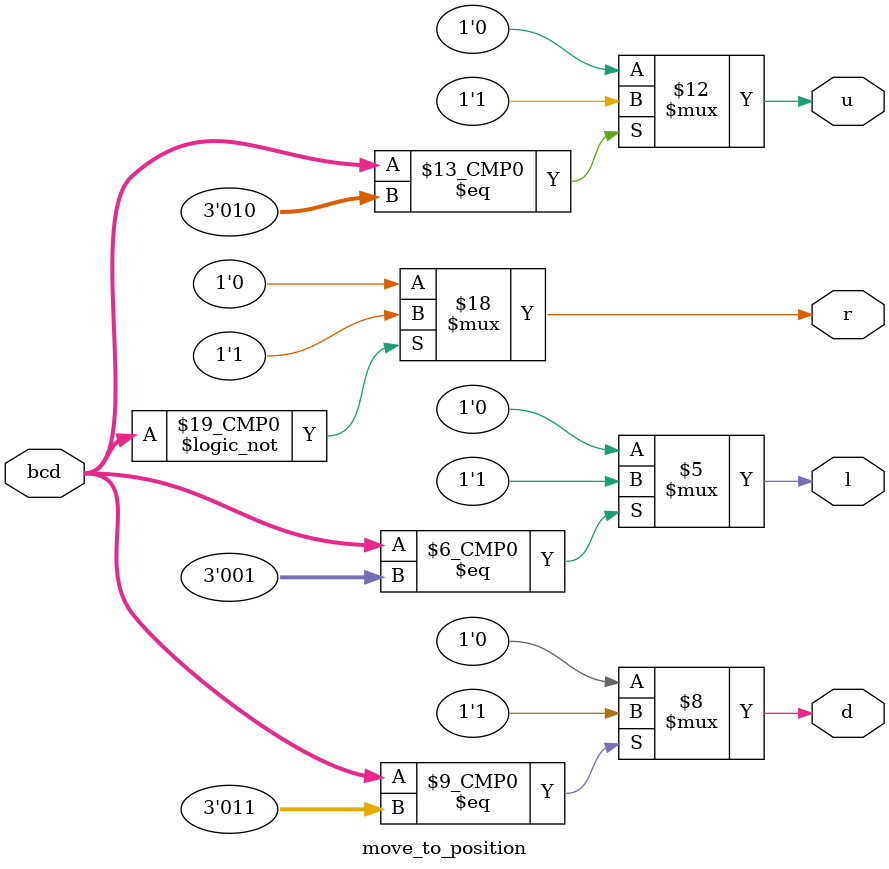
<source format=v>
module move_to_position(bcd,r,l,u,d);

input [2:0] bcd;
output reg l,r,u,d;

always @*
 begin
									case (bcd) 
                           3'b0: begin 
									r = 1;
									u = 0;
									d = 0;
									l = 0;
								
								end
                           3'b01: begin
									r = 0;
									u = 0;
									d = 0;
									l = 1;
								
								end
                           3'b10: begin 
									r = 0;
									u = 1;
									d = 0;
									l = 0;
								
								end
                           3'b11: begin 
									r = 0;
									u = 0;
									d = 1;
									l = 0;
								
								end
                           default: begin 
									r = 0;
									u = 0;
									d = 0;
									l = 0;
								
								end
									endcase
 end
endmodule

</source>
